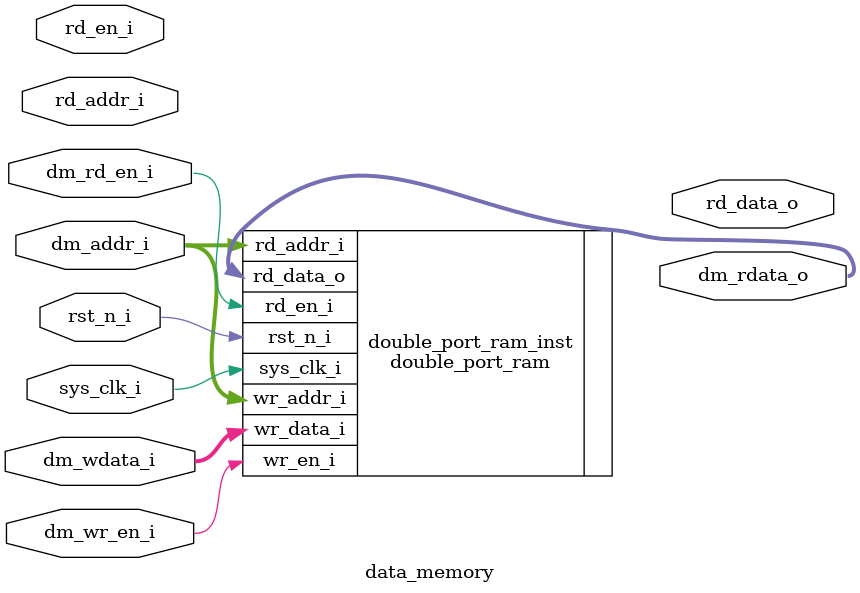
<source format=v>
module data_memory (
    input  wire                         sys_clk_i                  ,
    input  wire                         rst_n_i                    ,
    //from MEM
    input  wire                         dm_wr_en_i                 ,
    input  wire        [  31:0]         dm_addr_i                  ,
    input  wire        [  31:0]         dm_wdata_i                 ,

    input  wire                         dm_rd_en_i                 ,
    output wire        [  31:0]         dm_rdata_o                 ,
    //to top
    input  wire                         rd_en_i                    ,
    input  wire        [  31:0]         rd_addr_i                  ,
    output reg         [  31:0]         rd_data_o                   
);

double_port_ram # (
    .ADDR_WIDTH                        (32                        ),
    .DATA_WIDTH                        (32                        ),
    .RAM_DEPTH                         (65536                      ) 
  )
  double_port_ram_inst (
    .sys_clk_i                         (sys_clk_i                 ),
    .rst_n_i                           (rst_n_i                   ),
    
    .wr_en_i                           (dm_wr_en_i                ),
    .wr_addr_i                         (dm_addr_i                 ),
    .wr_data_i                         (dm_wdata_i                ),

    .rd_en_i                           (dm_rd_en_i                ),
    .rd_addr_i                         (dm_addr_i                 ),
    .rd_data_o                         (dm_rdata_o                ) 
  );
endmodule
</source>
